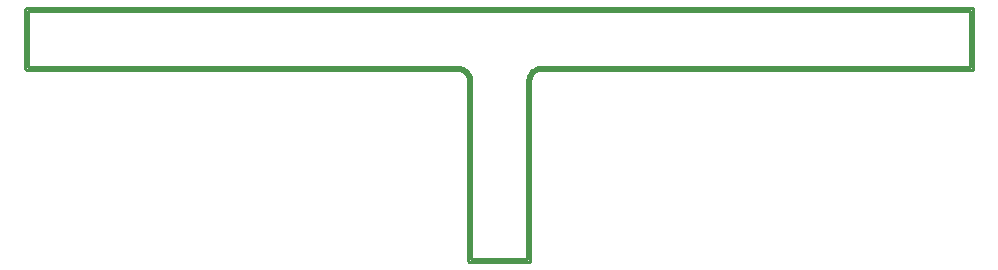
<source format=gm1>
%FSTAX25Y25*%
%MOIN*%
%SFA1B1*%

%IPPOS*%
%ADD10C,0.010000*%
%ADD26C,0.010000*%
%LNgel_flex-1*%
%LPD*%
G54D10*
X0167823Y0127953D02*
D01*
X0167821Y0127987*
X0167818Y0128022*
X0167812Y0128056*
X0167803Y012809*
X0167792Y0128124*
X0167779Y0128156*
X0167764Y0128187*
X0167747Y0128217*
X0167727Y0128246*
X0167706Y0128274*
X0167682Y01283*
X0167657Y0128324*
X016763Y0128347*
X0167602Y0128367*
X0167573Y0128386*
X0167542Y0128402*
X016751Y0128416*
X0167477Y0128428*
X0167443Y0128438*
X0167409Y0128445*
X0167375Y012845*
X016734Y0128452*
X0167323Y0128453*
X0167823Y0127953D02*
D01*
X0167821Y0127987*
X0167818Y0128022*
X0167812Y0128056*
X0167803Y012809*
X0167792Y0128124*
X0167779Y0128156*
X0167764Y0128187*
X0167747Y0128217*
X0167727Y0128246*
X0167706Y0128274*
X0167682Y01283*
X0167657Y0128324*
X016763Y0128347*
X0167602Y0128367*
X0167573Y0128386*
X0167542Y0128402*
X016751Y0128416*
X0167477Y0128428*
X0167443Y0128438*
X0167409Y0128445*
X0167375Y012845*
X016734Y0128452*
X0167323Y0128453*
Y0107768D02*
D01*
X0167357Y0107769*
X0167392Y0107772*
X0167426Y0107778*
X016746Y0107787*
X0167494Y0107798*
X0167526Y0107811*
X0167557Y0107826*
X0167587Y0107843*
X0167616Y0107863*
X0167644Y0107884*
X016767Y0107908*
X0167694Y0107933*
X0167717Y010796*
X0167737Y0107988*
X0167756Y0108018*
X0167772Y0108048*
X0167786Y010808*
X0167798Y0108113*
X0167808Y0108147*
X0167815Y0108181*
X016782Y0108215*
X0167822Y010825*
X0167823Y0108268*
X0167323Y0107768D02*
D01*
X0167357Y0107769*
X0167392Y0107772*
X0167426Y0107778*
X016746Y0107787*
X0167494Y0107798*
X0167526Y0107811*
X0167557Y0107826*
X0167587Y0107843*
X0167616Y0107863*
X0167644Y0107884*
X016767Y0107908*
X0167694Y0107933*
X0167717Y010796*
X0167737Y0107988*
X0167756Y0108018*
X0167772Y0108048*
X0167786Y010808*
X0167798Y0108113*
X0167808Y0108147*
X0167815Y0108181*
X016782Y0108215*
X0167822Y010825*
X0167823Y0108268*
X0023622Y0108768D02*
D01*
X0023587Y0108766*
X0023566Y0108765*
X0022692Y0108666D02*
D01*
X0022657Y0108661*
X0022623Y0108653*
X0022589Y0108643*
X0022581Y0108641*
X0023622Y0108768D02*
D01*
X0023587Y0108766*
X0023564Y0108764*
X002269Y0108666D02*
D01*
X0022655Y010866*
X0022621Y0108653*
X0022587Y0108643*
X0022579Y010864*
X002175Y010835D02*
D01*
X0021717Y0108337*
X0021685Y0108322*
X0021655Y0108305*
X0021648Y0108301*
X0021749Y010835D02*
D01*
X0021716Y0108337*
X0021684Y0108322*
X0021654Y0108305*
X0021646Y01083*
X0020903Y0107833D02*
D01*
X0020874Y0107813*
X0020846Y0107792*
X002082Y0107768*
X0020814Y0107762*
X0020901Y0107832D02*
D01*
X0020872Y0107812*
X0020844Y010779*
X0020818Y0107767*
X0020812Y0107761*
X0020192Y0107141D02*
D01*
X0020168Y0107115*
X0020146Y0107088*
X0020125Y010706*
X0020121Y0107051*
X002019Y0107139D02*
D01*
X0020166Y0107113*
X0020144Y0107086*
X0020124Y0107057*
X002012Y010705*
X0019652Y0106306D02*
D01*
X0019634Y0106275*
X0019618Y0106244*
X0019605Y0106212*
X0019603Y0106204*
X0019652Y0106305D02*
D01*
X0019634Y0106274*
X0019619Y0106243*
X0019605Y0106211*
X0019602Y0106202*
X0019312Y0105374D02*
D01*
X0019301Y010534*
X0019293Y0105306*
X0019287Y0105272*
X0019287Y0105263*
X0019312Y0105372D02*
D01*
X0019301Y0105338*
X0019293Y0105304*
X0019288Y010527*
X0019287Y010526*
X0000398D02*
D01*
X0000393Y0105294*
X0000385Y0105328*
X0000375Y0105362*
X0000373Y0105372*
X0019188Y0104389D02*
D01*
X0019185Y0104354*
X0019185Y0104331*
X0019188Y0104387D02*
D01*
X0019185Y0104352*
X0019185Y0104331*
X0019685Y0043791D02*
D01*
X0019719Y0043792*
X0019754Y0043795*
X0019788Y0043801*
X0019822Y004381*
X0019856Y0043821*
X0019888Y0043834*
X0019919Y0043849*
X0019949Y0043866*
X0019978Y0043886*
X0020006Y0043907*
X0020032Y0043931*
X0020056Y0043956*
X0020079Y0043983*
X0020099Y0044011*
X0020118Y0044041*
X0020134Y0044071*
X0020148Y0044103*
X002016Y0044136*
X002017Y004417*
X0020177Y0044204*
X0020182Y0044238*
X0020184Y0044273*
X0020185Y0044291*
X00005Y0104331D02*
D01*
X0000498Y0104365*
X0000497Y0104387*
X0019685Y0043791D02*
D01*
X0019719Y0043792*
X0019754Y0043795*
X0019788Y0043801*
X0019822Y004381*
X0019856Y0043821*
X0019888Y0043834*
X0019919Y0043849*
X0019949Y0043866*
X0019978Y0043886*
X0020006Y0043907*
X0020032Y0043931*
X0020056Y0043956*
X0020079Y0043983*
X0020099Y0044011*
X0020118Y0044041*
X0020134Y0044071*
X0020148Y0044103*
X002016Y0044136*
X002017Y004417*
X0020177Y0044204*
X0020182Y0044238*
X0020184Y0044273*
X0020185Y0044291*
X-0003879Y0108764D02*
D01*
X-0003913Y0108766*
X-0003937Y0108768*
X-0002896Y0108641D02*
D01*
X-0002929Y0108651*
X-0002963Y0108659*
X-0002997Y0108664*
X-0003007Y0108666*
X-0003881Y0108765D02*
D01*
X-0003915Y0108767*
X-0003937Y0108768*
X-0002894Y010864D02*
D01*
X-0002927Y010865*
X-0002961Y0108658*
X-0002995Y0108664*
X-0003005Y0108666*
X-0001961Y01083D02*
D01*
X-0001991Y0108317*
X-0002022Y0108333*
X-0002054Y0108346*
X-0002064Y010835*
X-0147638Y0128453D02*
D01*
X-0147672Y0128451*
X-0147707Y0128448*
X-0147741Y0128442*
X-0147775Y0128433*
X-0147809Y0128422*
X-0147841Y0128409*
X-0147872Y0128394*
X-0147902Y0128377*
X-0147931Y0128357*
X-0147959Y0128336*
X-0147985Y0128312*
X-0148009Y0128287*
X-0148032Y012826*
X-0148052Y0128232*
X-0148071Y0128203*
X-0148087Y0128172*
X-0148101Y012814*
X-0148113Y0128107*
X-0148123Y0128073*
X-014813Y0128039*
X-0148135Y0128005*
X-0148137Y012797*
X-0148138Y0127953*
X-0147638Y0128453D02*
D01*
X-0147672Y0128451*
X-0147707Y0128448*
X-0147741Y0128442*
X-0147775Y0128433*
X-0147809Y0128422*
X-0147841Y0128409*
X-0147872Y0128394*
X-0147902Y0128377*
X-0147931Y0128357*
X-0147959Y0128336*
X-0147985Y0128312*
X-0148009Y0128287*
X-0148032Y012826*
X-0148052Y0128232*
X-0148071Y0128203*
X-0148087Y0128172*
X-0148101Y012814*
X-0148113Y0128107*
X-0148123Y0128073*
X-014813Y0128039*
X-0148135Y0128005*
X-0148137Y012797*
X-0148138Y0127953*
Y0108268D02*
D01*
X-0148136Y0108233*
X-0148133Y0108198*
X-0148127Y0108164*
X-0148118Y010813*
X-0148107Y0108096*
X-0148094Y0108064*
X-0148079Y0108033*
X-0148062Y0108003*
X-0148042Y0107974*
X-0148021Y0107946*
X-0147997Y010792*
X-0147972Y0107896*
X-0147945Y0107873*
X-0147917Y0107853*
X-0147888Y0107834*
X-0147857Y0107818*
X-0147825Y0107804*
X-0147792Y0107792*
X-0147758Y0107782*
X-0147724Y0107775*
X-014769Y010777*
X-0147655Y0107768*
X-0147638Y0107768*
X-0148138Y0108268D02*
D01*
X-0148136Y0108233*
X-0148133Y0108198*
X-0148127Y0108164*
X-0148118Y010813*
X-0148107Y0108096*
X-0148094Y0108064*
X-0148079Y0108033*
X-0148062Y0108003*
X-0148042Y0107974*
X-0148021Y0107946*
X-0147997Y010792*
X-0147972Y0107896*
X-0147945Y0107873*
X-0147917Y0107853*
X-0147888Y0107834*
X-0147857Y0107818*
X-0147825Y0107804*
X-0147792Y0107792*
X-0147758Y0107782*
X-0147724Y0107775*
X-014769Y010777*
X-0147655Y0107768*
X-0147638Y0107768*
X-0000434Y010705D02*
D01*
X-0000453Y0107078*
X-0000474Y0107106*
X-0000498Y0107132*
X-0000505Y0107139*
X0000083Y0106202D02*
D01*
X000007Y0106234*
X0000055Y0106266*
X0000038Y0106296*
X0000034Y0106305*
X0000082Y0106204D02*
D01*
X0000069Y0106236*
X0000054Y0106268*
X0000037Y0106298*
X0000033Y0106306*
X0000398Y0105263D02*
D01*
X0000392Y0105297*
X0000385Y0105331*
X0000375Y0105365*
X0000373Y0105374*
X00005Y0104331D02*
D01*
X0000498Y0104365*
X0000497Y0104389*
X-00005Y0044291D02*
D01*
X-0000498Y0044256*
X-0000495Y0044221*
X-0000489Y0044187*
X-000048Y0044153*
X-0000469Y0044119*
X-0000456Y0044087*
X-0000441Y0044056*
X-0000424Y0044026*
X-0000404Y0043997*
X-0000383Y0043969*
X-0000359Y0043943*
X-0000334Y0043919*
X-0000307Y0043896*
X-0000279Y0043876*
X-0000249Y0043857*
X-0000219Y0043841*
X-0000187Y0043827*
X-0000154Y0043815*
X-000012Y0043805*
X-0000086Y0043798*
X-0000052Y0043793*
X-0000017Y0043791*
X0Y0043791*
X-00005Y0044291D02*
D01*
X-0000498Y0044256*
X-0000495Y0044221*
X-0000489Y0044187*
X-000048Y0044153*
X-0000469Y0044119*
X-0000456Y0044087*
X-0000441Y0044056*
X-0000424Y0044026*
X-0000404Y0043997*
X-0000383Y0043969*
X-0000359Y0043943*
X-0000334Y0043919*
X-0000307Y0043896*
X-0000279Y0043876*
X-0000249Y0043857*
X-0000219Y0043841*
X-0000187Y0043827*
X-0000154Y0043815*
X-000012Y0043805*
X-0000086Y0043798*
X-0000052Y0043793*
X-0000017Y0043791*
X0Y0043791*
X-0001127Y0107761D02*
D01*
X-0001152Y0107784*
X-0001179Y0107806*
X-0001207Y0107827*
X-0001216Y0107832*
X-0001129Y0107762D02*
D01*
X-0001154Y0107785*
X-0001181Y0107807*
X-000121Y0107827*
X-0001218Y0107833*
X-0001963Y0108301D02*
D01*
X-0001993Y0108318*
X-0002024Y0108333*
X-0002056Y0108347*
X-0002065Y010835*
X-0000435Y0107051D02*
D01*
X-0000454Y0107079*
X-0000476Y0107107*
X-0000499Y0107133*
X-0000507Y0107141*
X0167823Y0127953D02*
Y0108268D01*
X0143701Y0108768D02*
X0166823D01*
Y0127453D02*
Y0108768D01*
X0143701Y0107767D02*
X0167323Y0107768D01*
X0023622Y0108768D02*
X0143701D01*
X002365Y0107767D02*
X0143701D01*
X0023564Y0108764D02*
X0023566Y0108765D01*
X0022692Y0108666D02*
X0023564Y0108764D01*
X002269Y0108666D02*
X0022692D01*
X0022579Y010864D02*
X0022581Y0108641D01*
X002175Y010835D02*
X0022579Y010864D01*
X0021749Y010835D02*
X002175D01*
X0021646Y01083D02*
X0021648Y0108301D01*
X0020903Y0107833D02*
X0021646Y01083D01*
X0020901Y0107832D02*
X0020903Y0107833D01*
X0022858Y0107678D02*
X002365Y0107767D01*
X0022132Y0107424D02*
X0022858Y0107678D01*
X0020812Y0107761D02*
X0020814Y0107762D01*
X0020192Y0107141D02*
X0020812Y0107761D01*
X002019Y0107139D02*
X0020192Y0107141D01*
X0021481Y0107015D02*
X0022132Y0107424D01*
X0020937Y0106472D02*
X0021481Y0107015D01*
X0020528Y010582D02*
X0020937Y0106472D01*
X0020275Y0105095D02*
X0020528Y010582D01*
X0020185Y0104303D02*
X0020275Y0105095D01*
X002012Y010705D02*
X0020121Y0107051D01*
X0019652Y0106306D02*
X002012Y010705D01*
X0019652Y0106305D02*
Y0106306D01*
X0019602Y0106202D02*
X0019603Y0106204D01*
X0019312Y0105374D02*
X0019602Y0106202D01*
X0019312Y0105372D02*
Y0105374D01*
X0019287Y010526D02*
Y0105263D01*
X0019188Y0104389D02*
X0019287Y010526D01*
X0019188Y0104387D02*
Y0104389D01*
X0000398Y0105263D02*
Y010526D01*
X0000497Y0104389*
Y0104387*
X0020185Y0044291D02*
Y0104303D01*
X0019185Y0044791D02*
Y0104331D01*
X00005Y0044791D02*
Y0104331D01*
X-0003007Y0108666D02*
X-0003005D01*
X-0003879Y0108764D02*
X-0003007Y0108666D01*
X-0003881Y0108765D02*
X-0003879Y0108764D01*
X-0124744Y0128453D02*
X0167323D01*
X-0124744Y0127453D02*
X0166823D01*
X-0124744Y0108768D02*
X-0003937D01*
X-0124744D02*
D01*
X-0002065Y010835D02*
X-0002064D01*
X-0002894Y010864D02*
X-0002065Y010835D01*
X-0002896Y0108641D02*
X-0002894Y010864D01*
X-0001218Y0107833D02*
X-0001216Y0107832D01*
X-0001961Y01083D02*
X-0001218Y0107833D01*
X-0001963Y0108301D02*
X-0001961Y01083D01*
X-0124744Y0107767D02*
X-0003965D01*
X-0003173Y0107678*
X-0147138Y0127453D02*
X-0124744D01*
X-0147138Y0108768D02*
Y0127453D01*
X-0147638Y0128453D02*
X-0124744D01*
X-0148138Y0108268D02*
Y0127953D01*
X-0147138Y0108768D02*
X-0124744D01*
X-0147638Y0107768D02*
X-0124744Y0107767D01*
X-0000435Y0107051D02*
X-0000434Y010705D01*
X0000033Y0106306*
X0000034Y0106305*
X0000082Y0106204D02*
X0000083Y0106202D01*
X0000373Y0105374*
Y0105372*
X0Y0043791D02*
X0019685D01*
X00005Y0044791D02*
X0019185D01*
X-0001129Y0107762D02*
X-0001127Y0107761D01*
X-0000507Y0107141*
X-0000505Y0107139*
X-0002447Y0107424D02*
X-0001796Y0107015D01*
X-0003173Y0107678D02*
X-0002447Y0107424D01*
X-0000843Y010582D02*
X-0000589Y0105095D01*
X-0001252Y0106472D02*
X-0000843Y010582D01*
X-0000589Y0105095D02*
X-00005Y0104303D01*
Y0044291D02*
Y0104303D01*
X-0001796Y0107015D02*
X-0001252Y0106472D01*
G54D26*
X-0124744Y0107767D03*
D03*
M02*
</source>
